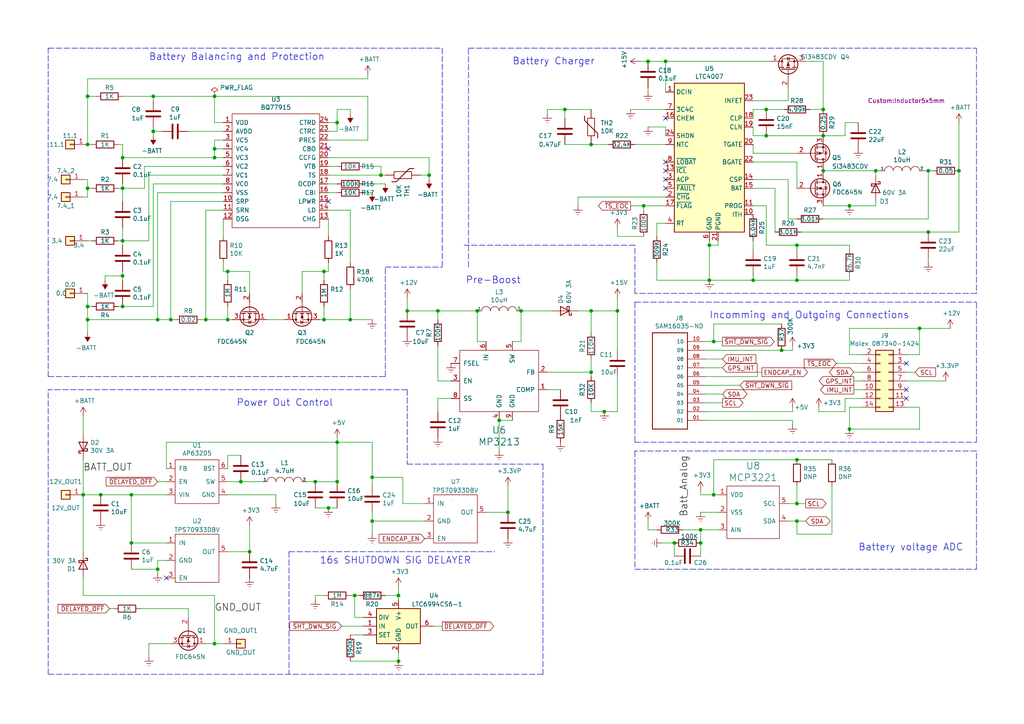
<source format=kicad_sch>
(kicad_sch (version 20211123) (generator eeschema)
  (paper "A4")
  (title_block (title "Makaniu BMS 1.1") (date "2020-08-13") (rev "0") (company "Open Ocean Initiative") (comment 1 "Drawn By: Lui Kawasumi"))
  (junction (at 44.45 27.94))
  (junction (at 222.25 39.37))
  (junction (at 97.79 35.56))
  (junction (at 226.695 101.6))
  (junction (at 45.72 92.71))
  (junction (at 246.38 59.69))
  (junction (at 203.2 153.67))
  (junction (at 25.4 54.61))
  (junction (at 95.25 147.32))
  (junction (at 186.69 59.69))
  (junction (at 118.11 90.17))
  (junction (at 124.46 50.8))
  (junction (at 72.39 160.02))
  (junction (at 97.79 128.27))
  (junction (at 35.56 80.01))
  (junction (at 205.74 81.28))
  (junction (at 115.57 172.72))
  (junction (at 101.6 92.71))
  (junction (at 266.7 95.25))
  (junction (at 207.01 143.51))
  (junction (at 175.26 119.38))
  (junction (at 147.32 148.59))
  (junction (at 187.96 17.78))
  (junction (at 62.23 27.94))
  (junction (at 171.45 107.95))
  (junction (at 93.98 78.74))
  (junction (at 238.76 39.37))
  (junction (at 35.56 69.85))
  (junction (at 231.14 146.05))
  (junction (at 35.56 54.61))
  (junction (at 102.87 172.72))
  (junction (at 91.44 139.7))
  (junction (at 222.25 31.75))
  (junction (at 151.13 90.17))
  (junction (at 110.49 50.8))
  (junction (at 25.4 88.9))
  (junction (at 38.1 157.48))
  (junction (at 238.76 31.75))
  (junction (at 35.56 88.9))
  (junction (at 24.13 143.51))
  (junction (at 179.07 90.17))
  (junction (at 45.72 165.1))
  (junction (at 44.45 38.1))
  (junction (at 35.56 45.72))
  (junction (at 207.01 99.06))
  (junction (at 49.53 92.71))
  (junction (at 29.21 143.51))
  (junction (at 254 49.53))
  (junction (at 59.69 92.71))
  (junction (at 69.85 139.7))
  (junction (at 278.13 49.53))
  (junction (at 62.23 45.72))
  (junction (at 25.4 27.94))
  (junction (at 218.44 81.28))
  (junction (at 107.95 151.13))
  (junction (at 195.58 157.48))
  (junction (at 107.95 138.43))
  (junction (at 269.24 49.53))
  (junction (at 246.38 124.46))
  (junction (at 238.76 49.53))
  (junction (at 66.04 92.71))
  (junction (at 163.83 31.75))
  (junction (at 231.14 71.12))
  (junction (at 62.23 186.69))
  (junction (at 127 90.17))
  (junction (at 138.43 90.17))
  (junction (at 269.24 67.31))
  (junction (at 144.78 121.92))
  (junction (at 193.04 17.78))
  (junction (at 62.23 43.18))
  (junction (at 66.04 78.74))
  (junction (at 97.79 139.7))
  (junction (at 205.74 71.12))
  (junction (at 93.98 92.71))
  (junction (at 38.1 143.51))
  (junction (at 231.14 81.28))
  (junction (at 171.45 41.91))
  (junction (at 115.57 191.77))
  (junction (at 25.4 41.91))
  (junction (at 203.2 157.48))
  (junction (at 171.45 90.17))
  (junction (at 25.4 92.71))
  (junction (at 231.14 151.13))
  (junction (at 231.14 133.35))
  (no_connect (at 48.26 167.64))
  (no_connect (at 193.04 46.99))
  (no_connect (at 193.04 54.61))
  (no_connect (at 262.89 113.03))
  (no_connect (at 95.25 58.42))
  (no_connect (at 262.89 105.41))
  (no_connect (at 193.04 52.07))
  (no_connect (at 262.89 115.57))
  (no_connect (at 193.04 34.29))
  (no_connect (at 193.04 49.53))
  (no_connect (at 95.25 43.18))
  (wire (pts (xy 45.72 139.7) (xy 48.26 139.7)))
  (wire (pts (xy 205.74 81.28) (xy 190.5 81.28)))
  (wire (pts (xy 38.1 143.51) (xy 48.26 143.51)))
  (wire (pts (xy 62.23 27.94) (xy 106.68 27.94)))
  (wire (pts (xy 193.04 39.37) (xy 193.04 36.83)))
  (wire (pts (xy 238.76 49.53) (xy 254 49.53)))
  (wire (pts (xy 250.19 110.49) (xy 247.65 110.49)))
  (wire (pts (xy 110.49 48.26) (xy 110.49 50.8)))
  (wire (pts (xy 97.79 128.27) (xy 97.79 127)))
  (wire (pts (xy 24.13 172.72) (xy 62.23 172.72)))
  (wire (pts (xy 228.6 29.21) (xy 228.6 25.4)))
  (wire (pts (xy 35.56 80.01) (xy 30.48 80.01)))
  (wire (pts (xy 95.25 60.96) (xy 101.6 60.96)))
  (wire (pts (xy 62.23 172.72) (xy 62.23 186.69)))
  (wire (pts (xy 127 115.57) (xy 127 119.38)))
  (wire (pts (xy 238.76 63.5) (xy 269.24 63.5)))
  (wire (pts (xy 269.24 49.53) (xy 267.97 49.53)))
  (wire (pts (xy 204.47 111.76) (xy 214.63 111.76)))
  (wire (pts (xy 250.19 115.57) (xy 245.11 115.57)))
  (wire (pts (xy 171.45 41.91) (xy 163.83 41.91)))
  (wire (pts (xy 232.41 67.31) (xy 269.24 67.31)))
  (wire (pts (xy 40.64 176.53) (xy 54.61 176.53)))
  (wire (pts (xy 45.72 165.1) (xy 45.72 166.37)))
  (wire (pts (xy 97.79 35.56) (xy 95.25 35.56)))
  (wire (pts (xy 231.14 81.28) (xy 246.38 81.28)))
  (wire (pts (xy 95.25 78.74) (xy 93.98 78.74)))
  (wire (pts (xy 25.4 22.86) (xy 25.4 27.94)))
  (wire (pts (xy 262.89 107.95) (xy 265.43 107.95)))
  (wire (pts (xy 222.25 59.69) (xy 222.25 71.12)))
  (wire (pts (xy 229.87 121.92) (xy 229.87 123.19)))
  (wire (pts (xy 31.75 176.53) (xy 33.02 176.53)))
  (polyline (pts (xy 184.15 130.81) (xy 184.15 165.1)))
  (polyline (pts (xy 111.76 109.22) (xy 111.76 77.47)))
  (wire (pts (xy 231.14 133.35) (xy 207.01 133.35)))
  (wire (pts (xy 193.04 31.75) (xy 182.88 31.75)))
  (wire (pts (xy 186.69 59.69) (xy 193.04 59.69)))
  (wire (pts (xy 66.04 139.7) (xy 69.85 139.7)))
  (wire (pts (xy 224.79 54.61) (xy 224.79 67.31)))
  (wire (pts (xy 218.44 36.83) (xy 218.44 39.37)))
  (wire (pts (xy 107.95 151.13) (xy 123.19 151.13)))
  (wire (pts (xy 102.87 179.07) (xy 102.87 172.72)))
  (wire (pts (xy 204.47 101.6) (xy 226.695 101.6)))
  (wire (pts (xy 64.77 45.72) (xy 62.23 45.72)))
  (wire (pts (xy 205.74 69.85) (xy 205.74 71.12)))
  (wire (pts (xy 218.44 52.07) (xy 228.6 52.07)))
  (polyline (pts (xy 283.21 13.97) (xy 283.21 85.09)))
  (wire (pts (xy 245.11 115.57) (xy 245.11 119.38)))
  (wire (pts (xy 204.47 104.14) (xy 209.55 104.14)))
  (wire (pts (xy 54.61 176.53) (xy 54.61 179.07)))
  (wire (pts (xy 222.25 39.37) (xy 238.76 39.37)))
  (wire (pts (xy 179.07 90.17) (xy 179.07 86.36)))
  (wire (pts (xy 25.4 88.9) (xy 26.67 88.9)))
  (wire (pts (xy 207.01 143.51) (xy 203.2 143.51)))
  (wire (pts (xy 87.63 78.74) (xy 87.63 85.09)))
  (wire (pts (xy 25.4 88.9) (xy 25.4 92.71)))
  (wire (pts (xy 186.69 60.96) (xy 186.69 59.69)))
  (polyline (pts (xy 184.15 165.1) (xy 283.21 165.1)))
  (wire (pts (xy 35.56 27.94) (xy 44.45 27.94)))
  (wire (pts (xy 237.49 119.38) (xy 237.49 118.11)))
  (wire (pts (xy 158.75 31.75) (xy 158.75 33.02)))
  (wire (pts (xy 238.76 39.37) (xy 245.11 39.37)))
  (wire (pts (xy 44.45 88.9) (xy 35.56 88.9)))
  (wire (pts (xy 175.26 119.38) (xy 179.07 119.38)))
  (wire (pts (xy 93.98 172.72) (xy 91.44 172.72)))
  (wire (pts (xy 231.14 151.13) (xy 228.6 151.13)))
  (polyline (pts (xy 184.15 87.63) (xy 283.21 87.63)))
  (wire (pts (xy 190.5 76.2) (xy 190.5 81.28)))
  (wire (pts (xy 24.13 57.15) (xy 25.4 57.15)))
  (wire (pts (xy 127 100.33) (xy 127 110.49)))
  (wire (pts (xy 171.45 109.22) (xy 171.45 107.95)))
  (wire (pts (xy 46.99 38.1) (xy 44.45 38.1)))
  (wire (pts (xy 203.2 157.48) (xy 203.2 161.29)))
  (wire (pts (xy 26.67 69.85) (xy 25.4 69.85)))
  (wire (pts (xy 24.13 167.64) (xy 24.13 172.72)))
  (wire (pts (xy 93.98 92.71) (xy 101.6 92.71)))
  (wire (pts (xy 130.81 115.57) (xy 127 115.57)))
  (wire (pts (xy 102.87 172.72) (xy 104.14 172.72)))
  (wire (pts (xy 229.87 100.33) (xy 229.87 101.6)))
  (wire (pts (xy 95.25 147.32) (xy 97.79 147.32)))
  (polyline (pts (xy 135.89 13.97) (xy 283.21 13.97)))
  (wire (pts (xy 97.79 31.75) (xy 101.6 31.75)))
  (polyline (pts (xy 118.11 134.62) (xy 157.48 134.62)))
  (wire (pts (xy 41.91 48.26) (xy 41.91 54.61)))
  (wire (pts (xy 115.57 189.23) (xy 115.57 191.77)))
  (wire (pts (xy 185.42 17.78) (xy 187.96 17.78)))
  (wire (pts (xy 204.47 114.3) (xy 209.55 114.3)))
  (wire (pts (xy 35.56 53.34) (xy 35.56 54.61)))
  (wire (pts (xy 43.18 190.5) (xy 43.18 186.69)))
  (wire (pts (xy 97.79 38.1) (xy 97.79 35.56)))
  (wire (pts (xy 99.06 181.61) (xy 105.41 181.61)))
  (polyline (pts (xy 13.97 195.58) (xy 13.97 113.03)))
  (wire (pts (xy 270.51 49.53) (xy 269.24 49.53)))
  (polyline (pts (xy 283.21 130.81) (xy 184.15 130.81)))
  (wire (pts (xy 208.28 143.51) (xy 207.01 143.51)))
  (wire (pts (xy 226.695 101.6) (xy 229.87 101.6)))
  (wire (pts (xy 118.11 90.17) (xy 118.11 86.36)))
  (wire (pts (xy 231.14 80.01) (xy 231.14 81.28)))
  (wire (pts (xy 62.23 40.64) (xy 62.23 43.18)))
  (wire (pts (xy 171.45 31.75) (xy 163.83 31.75)))
  (wire (pts (xy 91.44 147.32) (xy 95.25 147.32)))
  (wire (pts (xy 269.24 49.53) (xy 269.24 63.5)))
  (wire (pts (xy 66.04 78.74) (xy 72.39 78.74)))
  (wire (pts (xy 254 49.53) (xy 254 50.8)))
  (wire (pts (xy 107.95 151.13) (xy 107.95 154.94)))
  (wire (pts (xy 101.6 92.71) (xy 107.95 92.71)))
  (wire (pts (xy 95.25 76.2) (xy 95.25 78.74)))
  (wire (pts (xy 88.9 139.7) (xy 91.44 139.7)))
  (wire (pts (xy 48.26 128.27) (xy 48.26 135.89)))
  (wire (pts (xy 59.69 60.96) (xy 64.77 60.96)))
  (wire (pts (xy 24.13 143.51) (xy 29.21 143.51)))
  (wire (pts (xy 234.95 31.75) (xy 238.76 31.75)))
  (wire (pts (xy 231.14 46.99) (xy 218.44 46.99)))
  (wire (pts (xy 231.14 71.12) (xy 231.14 72.39)))
  (wire (pts (xy 207.01 133.35) (xy 207.01 143.51)))
  (wire (pts (xy 266.7 124.46) (xy 266.7 118.11)))
  (wire (pts (xy 190.5 64.77) (xy 190.5 68.58)))
  (wire (pts (xy 254 59.69) (xy 254 58.42)))
  (wire (pts (xy 107.95 128.27) (xy 97.79 128.27)))
  (wire (pts (xy 45.72 162.56) (xy 45.72 165.1)))
  (wire (pts (xy 24.13 120.65) (xy 24.13 125.73)))
  (wire (pts (xy 218.44 44.45) (xy 231.14 44.45)))
  (wire (pts (xy 107.95 148.59) (xy 107.95 151.13)))
  (wire (pts (xy 193.04 26.67) (xy 193.04 17.78)))
  (wire (pts (xy 231.14 154.94) (xy 241.3 154.94)))
  (wire (pts (xy 246.38 95.25) (xy 266.7 95.25)))
  (wire (pts (xy 124.46 50.8) (xy 121.92 50.8)))
  (wire (pts (xy 115.57 172.72) (xy 111.76 172.72)))
  (wire (pts (xy 115.57 172.72) (xy 115.57 170.18)))
  (wire (pts (xy 62.23 186.69) (xy 64.77 186.69)))
  (wire (pts (xy 245.11 35.56) (xy 248.92 35.56)))
  (wire (pts (xy 218.44 81.28) (xy 231.14 81.28)))
  (wire (pts (xy 110.49 50.8) (xy 111.76 50.8)))
  (wire (pts (xy 64.77 53.34) (xy 44.45 53.34)))
  (wire (pts (xy 97.79 128.27) (xy 48.26 128.27)))
  (wire (pts (xy 45.72 55.88) (xy 45.72 92.71)))
  (wire (pts (xy 266.7 95.25) (xy 275.59 95.25)))
  (wire (pts (xy 64.77 78.74) (xy 66.04 78.74)))
  (wire (pts (xy 95.25 48.26) (xy 97.79 48.26)))
  (wire (pts (xy 58.42 92.71) (xy 59.69 92.71)))
  (wire (pts (xy 231.14 71.12) (xy 246.38 71.12)))
  (wire (pts (xy 229.87 118.11) (xy 229.87 119.38)))
  (wire (pts (xy 238.76 17.78) (xy 238.76 31.75)))
  (wire (pts (xy 35.56 66.04) (xy 35.56 69.85)))
  (wire (pts (xy 250.19 113.03) (xy 247.65 113.03)))
  (wire (pts (xy 35.56 45.72) (xy 35.56 41.91)))
  (wire (pts (xy 25.4 57.15) (xy 25.4 54.61)))
  (wire (pts (xy 124.46 45.72) (xy 95.25 45.72)))
  (wire (pts (xy 59.69 186.69) (xy 62.23 186.69)))
  (wire (pts (xy 140.97 148.59) (xy 147.32 148.59)))
  (wire (pts (xy 64.77 40.64) (xy 62.23 40.64)))
  (wire (pts (xy 144.78 121.92) (xy 144.78 130.81)))
  (wire (pts (xy 208.28 71.12) (xy 205.74 71.12)))
  (wire (pts (xy 167.64 90.17) (xy 171.45 90.17)))
  (wire (pts (xy 246.38 80.01) (xy 246.38 81.28)))
  (wire (pts (xy 190.5 153.67) (xy 187.96 153.67)))
  (wire (pts (xy 95.25 50.8) (xy 110.49 50.8)))
  (wire (pts (xy 35.56 58.42) (xy 35.56 54.61)))
  (wire (pts (xy 278.13 49.53) (xy 278.13 35.56)))
  (wire (pts (xy 38.1 157.48) (xy 48.26 157.48)))
  (wire (pts (xy 208.28 69.85) (xy 208.28 71.12)))
  (wire (pts (xy 25.4 92.71) (xy 25.4 96.52)))
  (wire (pts (xy 158.75 113.03) (xy 162.56 113.03)))
  (wire (pts (xy 171.45 116.84) (xy 171.45 119.38)))
  (wire (pts (xy 35.56 41.91) (xy 34.29 41.91)))
  (wire (pts (xy 124.46 50.8) (xy 124.46 52.07)))
  (wire (pts (xy 95.25 38.1) (xy 97.79 38.1)))
  (wire (pts (xy 151.13 99.06) (xy 151.13 90.17)))
  (wire (pts (xy 64.77 48.26) (xy 41.91 48.26)))
  (wire (pts (xy 171.45 107.95) (xy 158.75 107.95)))
  (wire (pts (xy 219.71 107.95) (xy 220.98 107.95)))
  (wire (pts (xy 171.45 90.17) (xy 179.07 90.17)))
  (wire (pts (xy 97.79 55.88) (xy 95.25 55.88)))
  (wire (pts (xy 95.25 63.5) (xy 95.25 68.58)))
  (wire (pts (xy 27.94 27.94) (xy 25.4 27.94)))
  (wire (pts (xy 241.3 154.94) (xy 241.3 140.97)))
  (wire (pts (xy 130.81 110.49) (xy 127 110.49)))
  (wire (pts (xy 245.11 39.37) (xy 245.11 35.56)))
  (wire (pts (xy 218.44 31.75) (xy 222.25 31.75)))
  (wire (pts (xy 171.45 96.52) (xy 171.45 90.17)))
  (polyline (pts (xy 13.97 109.22) (xy 111.76 109.22)))
  (polyline (pts (xy 83.82 160.02) (xy 143.51 160.02)))
  (wire (pts (xy 193.04 64.77) (xy 190.5 64.77)))
  (wire (pts (xy 269.24 67.31) (xy 278.13 67.31)))
  (wire (pts (xy 49.53 58.42) (xy 49.53 92.71)))
  (wire (pts (xy 35.56 69.85) (xy 34.29 69.85)))
  (wire (pts (xy 193.04 36.83) (xy 187.96 36.83)))
  (wire (pts (xy 205.74 71.12) (xy 205.74 81.28)))
  (wire (pts (xy 151.13 90.17) (xy 160.02 90.17)))
  (polyline (pts (xy 157.48 134.62) (xy 157.48 195.58)))
  (wire (pts (xy 208.28 148.59) (xy 203.2 148.59)))
  (polyline (pts (xy 283.21 165.1) (xy 283.21 130.81)))
  (wire (pts (xy 250.19 107.95) (xy 247.65 107.95)))
  (wire (pts (xy 62.23 35.56) (xy 62.23 27.94)))
  (wire (pts (xy 34.29 88.9) (xy 35.56 88.9)))
  (wire (pts (xy 148.59 99.06) (xy 151.13 99.06)))
  (wire (pts (xy 233.68 151.13) (xy 231.14 151.13)))
  (wire (pts (xy 262.89 118.11) (xy 266.7 118.11)))
  (wire (pts (xy 163.83 31.75) (xy 163.83 34.29)))
  (polyline (pts (xy 283.21 85.09) (xy 184.15 85.09)))
  (polyline (pts (xy 184.15 128.27) (xy 283.21 128.27)))
  (wire (pts (xy 25.4 27.94) (xy 25.4 41.91)))
  (wire (pts (xy 218.44 34.29) (xy 218.44 31.75)))
  (wire (pts (xy 95.25 53.34) (xy 97.79 53.34)))
  (wire (pts (xy 245.11 119.38) (xy 237.49 119.38)))
  (wire (pts (xy 231.14 151.13) (xy 231.14 154.94)))
  (wire (pts (xy 246.38 59.69) (xy 254 59.69)))
  (wire (pts (xy 105.41 179.07) (xy 102.87 179.07)))
  (wire (pts (xy 93.98 81.28) (xy 93.98 78.74)))
  (wire (pts (xy 62.23 43.18) (xy 64.77 43.18)))
  (wire (pts (xy 262.89 110.49) (xy 274.32 110.49)))
  (wire (pts (xy 127 90.17) (xy 127 92.71)))
  (wire (pts (xy 171.45 107.95) (xy 171.45 104.14)))
  (wire (pts (xy 179.07 68.58) (xy 186.69 68.58)))
  (wire (pts (xy 29.21 143.51) (xy 38.1 143.51)))
  (wire (pts (xy 218.44 39.37) (xy 222.25 39.37)))
  (wire (pts (xy 144.78 121.92) (xy 148.59 121.92)))
  (wire (pts (xy 187.96 17.78) (xy 193.04 17.78)))
  (wire (pts (xy 229.87 119.38) (xy 204.47 119.38)))
  (wire (pts (xy 26.67 54.61) (xy 25.4 54.61)))
  (wire (pts (xy 105.41 184.15) (xy 101.6 184.15)))
  (wire (pts (xy 101.6 60.96) (xy 101.6 76.2)))
  (wire (pts (xy 205.74 81.28) (xy 218.44 81.28)))
  (wire (pts (xy 187.96 25.4) (xy 187.96 26.67)))
  (wire (pts (xy 101.6 83.82) (xy 101.6 92.71)))
  (polyline (pts (xy 184.15 87.63) (xy 184.15 128.27)))
  (wire (pts (xy 204.47 109.22) (xy 219.71 109.22)))
  (wire (pts (xy 64.77 63.5) (xy 64.77 68.58)))
  (wire (pts (xy 228.6 146.05) (xy 231.14 146.05)))
  (wire (pts (xy 67.31 92.71) (xy 66.04 92.71)))
  (wire (pts (xy 219.71 109.22) (xy 219.71 107.95)))
  (wire (pts (xy 250.19 102.87) (xy 246.38 102.87)))
  (wire (pts (xy 218.44 59.69) (xy 222.25 59.69)))
  (wire (pts (xy 218.44 69.85) (xy 218.44 72.39)))
  (polyline (pts (xy 83.82 160.02) (xy 83.82 195.58)))
  (wire (pts (xy 218.44 29.21) (xy 228.6 29.21)))
  (wire (pts (xy 222.25 71.12) (xy 231.14 71.12)))
  (wire (pts (xy 69.85 139.7) (xy 76.2 139.7)))
  (polyline (pts (xy 13.97 13.97) (xy 128.27 13.97)))
  (wire (pts (xy 167.64 57.15) (xy 167.64 59.69)))
  (wire (pts (xy 35.56 71.12) (xy 35.56 69.85)))
  (wire (pts (xy 105.41 48.26) (xy 110.49 48.26)))
  (wire (pts (xy 218.44 80.01) (xy 218.44 81.28)))
  (wire (pts (xy 127 90.17) (xy 118.11 90.17)))
  (wire (pts (xy 278.13 49.53) (xy 278.13 67.31)))
  (wire (pts (xy 93.98 92.71) (xy 92.71 92.71)))
  (wire (pts (xy 35.56 54.61) (xy 34.29 54.61)))
  (wire (pts (xy 38.1 157.48) (xy 38.1 143.51)))
  (wire (pts (xy 124.46 45.72) (xy 124.46 50.8)))
  (wire (pts (xy 105.41 53.34) (xy 111.76 53.34)))
  (wire (pts (xy 54.61 38.1) (xy 64.77 38.1)))
  (wire (pts (xy 233.68 17.78) (xy 238.76 17.78)))
  (wire (pts (xy 231.14 54.61) (xy 231.14 46.99)))
  (wire (pts (xy 25.4 52.07) (xy 25.4 54.61)))
  (wire (pts (xy 222.25 31.75) (xy 227.33 31.75)))
  (wire (pts (xy 193.04 17.78) (xy 223.52 17.78)))
  (wire (pts (xy 35.56 80.01) (xy 35.56 81.28)))
  (wire (pts (xy 106.68 40.64) (xy 106.68 27.94)))
  (wire (pts (xy 105.41 55.88) (xy 107.95 55.88)))
  (wire (pts (xy 64.77 76.2) (xy 64.77 78.74)))
  (wire (pts (xy 45.72 92.71) (xy 49.53 92.71)))
  (wire (pts (xy 228.6 52.07) (xy 228.6 63.5)))
  (wire (pts (xy 262.89 102.87) (xy 266.7 102.87)))
  (wire (pts (xy 226.695 93.98) (xy 207.01 93.98)))
  (wire (pts (xy 182.88 59.69) (xy 186.69 59.69)))
  (wire (pts (xy 125.73 181.61) (xy 128.27 181.61)))
  (polyline (pts (xy 184.15 85.09) (xy 184.15 71.12)))
  (wire (pts (xy 250.19 105.41) (xy 242.57 105.41)))
  (wire (pts (xy 147.32 140.97) (xy 147.32 148.59)))
  (wire (pts (xy 41.91 54.61) (xy 35.56 54.61)))
  (wire (pts (xy 95.25 40.64) (xy 106.68 40.64)))
  (wire (pts (xy 66.04 81.28) (xy 66.04 78.74)))
  (wire (pts (xy 64.77 35.56) (xy 62.23 35.56)))
  (polyline (pts (xy 283.21 128.27) (xy 283.21 87.63)))
  (wire (pts (xy 269.24 76.2) (xy 269.24 74.93)))
  (wire (pts (xy 203.2 153.67) (xy 198.12 153.67)))
  (wire (pts (xy 207.01 99.06) (xy 209.55 99.06)))
  (wire (pts (xy 91.44 172.72) (xy 91.44 173.99)))
  (wire (pts (xy 266.7 95.25) (xy 266.7 102.87)))
  (wire (pts (xy 80.01 143.51) (xy 80.01 146.05)))
  (wire (pts (xy 24.13 160.02) (xy 24.13 143.51)))
  (wire (pts (xy 179.07 66.04) (xy 179.07 68.58)))
  (polyline (pts (xy 118.11 113.03) (xy 118.11 134.62)))
  (wire (pts (xy 59.69 60.96) (xy 59.69 92.71)))
  (wire (pts (xy 218.44 54.61) (xy 224.79 54.61)))
  (wire (pts (xy 246.38 72.39) (xy 246.38 71.12)))
  (wire (pts (xy 171.45 119.38) (xy 175.26 119.38)))
  (wire (pts (xy 231.14 146.05) (xy 233.68 146.05)))
  (wire (pts (xy 246.38 102.87) (xy 246.38 95.25)))
  (wire (pts (xy 66.04 160.02) (xy 72.39 160.02)))
  (wire (pts (xy 44.45 53.34) (xy 44.45 88.9)))
  (wire (pts (xy 204.47 121.92) (xy 229.87 121.92)))
  (wire (pts (xy 72.39 152.4) (xy 72.39 160.02)))
  (wire (pts (xy 66.04 92.71) (xy 66.04 88.9)))
  (wire (pts (xy 91.44 139.7) (xy 97.79 139.7)))
  (polyline (pts (xy 135.89 77.47) (xy 135.89 13.97)))
  (wire (pts (xy 115.57 173.99) (xy 115.57 172.72)))
  (wire (pts (xy 246.38 124.46) (xy 266.7 124.46)))
  (wire (pts (xy 59.69 92.71) (xy 66.04 92.71)))
  (wire (pts (xy 138.43 90.17) (xy 127 90.17)))
  (wire (pts (xy 80.01 143.51) (xy 66.04 143.51)))
  (wire (pts (xy 106.68 22.86) (xy 25.4 22.86)))
  (wire (pts (xy 35.56 78.74) (xy 35.56 80.01)))
  (wire (pts (xy 72.39 78.74) (xy 72.39 85.09)))
  (wire (pts (xy 44.45 38.1) (xy 44.45 39.37)))
  (polyline (pts (xy 128.27 13.97) (xy 128.27 77.47)))
  (wire (pts (xy 123.19 146.05) (xy 116.84 146.05)))
  (wire (pts (xy 97.79 31.75) (xy 97.79 35.56)))
  (wire (pts (xy 101.6 31.75) (xy 101.6 33.02)))
  (wire (pts (xy 24.13 52.07) (xy 25.4 52.07)))
  (wire (pts (xy 138.43 90.17) (xy 138.43 99.06)))
  (wire (pts (xy 49.53 92.71) (xy 50.8 92.71)))
  (wire (pts (xy 193.04 57.15) (xy 167.64 57.15)))
  (wire (pts (xy 30.48 80.01) (xy 30.48 81.28)))
  (wire (pts (xy 195.58 157.48) (xy 195.58 161.29)))
  (wire (pts (xy 191.77 157.48) (xy 195.58 157.48)))
  (wire (pts (xy 228.6 63.5) (xy 231.14 63.5)))
  (wire (pts (xy 179.07 101.6) (xy 179.07 90.17)))
  (polyline (pts (xy 118.11 113.03) (xy 13.97 113.03)))
  (wire (pts (xy 179.07 119.38) (xy 179.07 109.22)))
  (wire (pts (xy 116.84 138.43) (xy 107.95 138.43)))
  (wire (pts (xy 107.95 138.43) (xy 107.95 140.97)))
  (wire (pts (xy 193.04 41.91) (xy 184.15 41.91)))
  (wire (pts (xy 93.98 78.74) (xy 87.63 78.74)))
  (wire (pts (xy 106.68 22.86) (xy 106.68 21.59)))
  (wire (pts (xy 43.18 50.8) (xy 64.77 50.8)))
  (wire (pts (xy 97.79 128.27) (xy 97.79 139.7)))
  (wire (pts (xy 25.4 92.71) (xy 45.72 92.71)))
  (wire (pts (xy 82.55 92.71) (xy 77.47 92.71)))
  (wire (pts (xy 62.23 43.18) (xy 62.23 45.72)))
  (wire (pts (xy 62.23 45.72) (xy 35.56 45.72)))
  (wire (pts (xy 241.3 133.35) (xy 231.14 133.35)))
  (polyline (pts (xy 13.97 109.22) (xy 13.97 13.97)))
  (wire (pts (xy 207.01 93.98) (xy 207.01 99.06)))
  (wire (pts (xy 107.95 128.27) (xy 107.95 138.43)))
  (polyline (pts (xy 111.76 77.47) (xy 128.27 77.47)))
  (wire (pts (xy 44.45 36.83) (xy 44.45 38.1)))
  (wire (pts (xy 24.13 133.35) (xy 24.13 143.51)))
  (wire (pts (xy 44.45 27.94) (xy 62.23 27.94)))
  (wire (pts (xy 218.44 41.91) (xy 218.44 44.45)))
  (wire (pts (xy 101.6 172.72) (xy 102.87 172.72)))
  (wire (pts (xy 26.67 41.91) (xy 25.4 41.91)))
  (wire (pts (xy 66.04 132.08) (xy 69.85 132.08)))
  (wire (pts (xy 93.98 92.71) (xy 93.98 88.9)))
  (wire (pts (xy 203.2 143.51) (xy 203.2 142.24)))
  (wire (pts (xy 254 49.53) (xy 255.27 49.53)))
  (wire (pts (xy 49.53 186.69) (xy 43.18 186.69)))
  (wire (pts (xy 138.43 99.06) (xy 140.97 99.06)))
  (wire (pts (xy 204.47 116.84) (xy 209.55 116.84)))
  (wire (pts (xy 238.76 59.69) (xy 246.38 59.69)))
  (wire (pts (xy 38.1 165.1) (xy 45.72 165.1)))
  (wire (pts (xy 101.6 191.77) (xy 115.57 191.77)))
  (wire (pts (xy 231.14 146.05) (xy 231.14 140.97)))
  (wire (pts (xy 176.53 41.91) (xy 171.45 41.91)))
  (wire (pts (xy 204.47 106.68) (xy 209.55 106.68)))
  (wire (pts (xy 208.28 153.67) (xy 203.2 153.67)))
  (wire (pts (xy 187.96 153.67) (xy 187.96 151.13)))
  (wire (pts (xy 204.47 99.06) (xy 207.01 99.06)))
  (wire (pts (xy 64.77 55.88) (xy 45.72 55.88)))
  (wire (pts (xy 45.72 162.56) (xy 48.26 162.56)))
  (wire (pts (xy 163.83 31.75) (xy 158.75 31.75)))
  (polyline (pts (xy 184.15 71.12) (xy 134.62 71.12)))
  (wire (pts (xy 66.04 135.89) (xy 66.04 132.08)))
  (wire (pts (xy 25.4 85.09) (xy 25.4 88.9)))
  (wire (pts (xy 44.45 29.21) (xy 44.45 27.94)))
  (wire (pts (xy 246.38 118.11) (xy 246.38 124.46)))
  (wire (pts (xy 203.2 153.67) (xy 203.2 157.48)))
  (wire (pts (xy 250.19 118.11) (xy 246.38 118.11)))
  (wire (pts (xy 35.56 69.85) (xy 43.18 69.85)))
  (polyline (pts (xy 157.48 195.58) (xy 13.97 195.58)))
  (wire (pts (xy 116.84 146.05) (xy 116.84 138.43)))
  (wire (pts (xy 43.18 69.85) (xy 43.18 50.8)))
  (wire (pts (xy 49.53 58.42) (xy 64.77 58.42)))
  (text "Power Out Control" (at 68.58 118.11 0) (effects (font (size 2.0066 2.0066)) (justify left bottom)))
  (text "16s SHUTDOWN SIG DELAYER" (at 92.71 163.83 0) (effects (font (size 2.0066 2.0066)) (justify left bottom)))
  (text "Battery voltage ADC" (at 248.92 160.02 0) (effects (font (size 2.0066 2.0066)) (justify left bottom)))
  (text "Pre-Boost" (at 151.13 82.55 180) (effects (font (size 2.0066 2.0066)) (justify right bottom)))
  (text "Battery Charger" (at 148.59 19.05 0) (effects (font (size 2.0066 2.0066)) (justify left bottom)))
  (text "Battery Balancing and Protection" (at 43.18 17.78 0) (effects (font (size 2.0066 2.0066)) (justify left bottom)))
  (text "Incomming and Outgoing Connections" (at 205.74 92.71 0) (effects (font (size 2.0066 2.0066)) (justify left bottom)))
  (label "BATT_OUT" (at 24.13 137.16 0) (effects (font (size 2.0066 2.0066))))
  (label "Batt_Analog" (at 200.025 149.86 90) (effects (font (size 2.0066 2.0066))))
  (label "GND_OUT" (at 62.23 177.8 0) (effects (font (size 2.0066 2.0066))))
  (global_label "~{DELAYED_OFF}" (shape output) (at 128.27 181.61 0) (property "Intersheet References" "${INTERSHEET_REFS}" (effects hide)))
  (global_label "SDA" (shape bidirectional) (at 247.65 107.95 180) (property "Intersheet References" "${INTERSHEET_REFS}" (effects hide)))
  (global_label "~{DELAYED_OFF}" (shape input) (at 45.72 139.7 180) (property "Intersheet References" "${INTERSHEET_REFS}" (effects hide)))
  (global_label "~{TS_EOC}" (shape input) (at 242.57 105.41 180) (property "Intersheet References" "${INTERSHEET_REFS}" (effects hide)))
  (global_label "~{SHT_DWN_SIG}" (shape output) (at 209.55 99.06 0) (property "Intersheet References" "${INTERSHEET_REFS}" (effects hide)))
  (global_label "SCL" (shape output) (at 209.55 116.84 0) (property "Intersheet References" "${INTERSHEET_REFS}" (effects hide)))
  (global_label "~{DELAYED_OFF}" (shape input) (at 31.75 176.53 180) (property "Intersheet References" "${INTERSHEET_REFS}" (effects hide)))
  (global_label "SDA" (shape bidirectional) (at 233.68 151.13 0) (property "Intersheet References" "${INTERSHEET_REFS}" (effects hide)))
  (global_label "GPS_INT" (shape input) (at 209.55 106.68 0) (property "Intersheet References" "${INTERSHEET_REFS}" (effects hide)))
  (global_label "~{SHT_DWN_SIG}" (shape input) (at 214.63 111.76 0) (property "Intersheet References" "${INTERSHEET_REFS}" (effects hide)))
  (global_label "~{TS_EOC}" (shape output) (at 182.88 59.69 180) (property "Intersheet References" "${INTERSHEET_REFS}" (effects hide)))
  (global_label "IMU_INT" (shape input) (at 209.55 104.14 0) (property "Intersheet References" "${INTERSHEET_REFS}" (effects hide)))
  (global_label "ENDCAP_EN" (shape output) (at 220.98 107.95 0) (property "Intersheet References" "${INTERSHEET_REFS}" (effects hide)))
  (global_label "ENDCAP_EN" (shape input) (at 123.19 156.21 180) (property "Intersheet References" "${INTERSHEET_REFS}" (effects hide)))
  (global_label "~{SHT_DWN_SIG}" (shape input) (at 99.06 181.61 180) (property "Intersheet References" "${INTERSHEET_REFS}" (effects hide)))
  (global_label "SCL" (shape input) (at 265.43 107.95 0) (property "Intersheet References" "${INTERSHEET_REFS}" (effects hide)))
  (global_label "GPS_INT" (shape output) (at 247.65 110.49 180) (property "Intersheet References" "${INTERSHEET_REFS}" (effects hide)))
  (global_label "SDA" (shape bidirectional) (at 209.55 114.3 0) (property "Intersheet References" "${INTERSHEET_REFS}" (effects hide)))
  (global_label "IMU_INT" (shape output) (at 247.65 113.03 180) (property "Intersheet References" "${INTERSHEET_REFS}" (effects hide)))
  (global_label "SCL" (shape output) (at 233.68 146.05 0) (property "Intersheet References" "${INTERSHEET_REFS}" (effects hide)))
  (symbol (lib_id "Maka_BMS-rescue:BQ77915-Custom") (at 80.01 30.48 0) (unit 1)
    (property "Reference" "U3" (at 80.01 28.829 0))
    (property "Value" "BQ77915" (at 80.01 31.1404 0))
    (property "Footprint" "Package_SO:TSSOP-24_4.4x7.8mm_P0.65mm" (effects hide))
    (property "Digikey" "296-50995-1-ND" (effects hide))
    (property "LCSC" "C2905736" (effects hide))
  )
  (symbol (lib_id "Maka_BMS-rescue:T1M-10-F-SH-L-K-Custom") (at 194.31 111.76 180) (unit 1)
    (property "Reference" "J8" (at 197.0278 92.2782 0))
    (property "Value" " ‎SAM16035-ND‎" (at 197.0278 94.5896 0))
    (property "Footprint" "Custom:SAMTEC_T1M-10-F-SH-L-K" (effects hide))
    (property "Digikey" "	SAM11993-ND" (effects hide))
  )
  (symbol (lib_id "Connector_Generic:Conn_02x07_Odd_Even") (at 257.81 110.49 0) (mirror y) (unit 1)
    (property "Reference" "J9" (at 256.54 97.3582 0))
    (property "Value" "Molex 087340-1424" (at 256.54 99.6696 0))
    (property "Footprint" "Custom:Molex_87340-1424_B" (effects hide))
    (property "Digikey" "	23-0873401424-ND" (effects hide))
  )
  (symbol (lib_id "power:+5V") (at 229.87 118.11 0) (unit 1)
    (property "Reference" "#PWR030" (effects hide))
    (property "Value" "+5V" (at 232.41 118.11 0))
  )
  (symbol (lib_id "Device:R") (at 31.75 27.94 270) (unit 1)
    (property "Reference" "R5" (at 31.75 25.4 90))
    (property "Value" "1K" (at 31.75 27.94 90))
    (property "Footprint" "Resistor_SMD:R_0402_1005Metric" (effects hide))
    (property "Digikey" "YAG1234CT-ND" (effects hide))
    (property "LCSC" "C11702" (effects hide))
  )
  (symbol (lib_id "Device:C") (at 50.8 38.1 270) (unit 1)
    (property "Reference" "C9" (at 50.8 31.6992 90))
    (property "Value" "1uF" (at 50.8 34.0106 90))
    (property "Footprint" "Capacitor_SMD:C_0402_1005Metric" (effects hide))
    (property "Digikey" "	490-10017-1-ND" (effects hide))
    (property "LCSC" "C52923" (effects hide))
  )
  (symbol (lib_id "power:Earth") (at 246.38 124.46 0) (unit 1)
    (property "Reference" "#PWR033" (effects hide))
    (property "Value" "Earth" (effects hide))
  )
  (symbol (lib_id "power:Earth") (at 229.87 123.19 0) (unit 1)
    (property "Reference" "#PWR031" (effects hide))
    (property "Value" "Earth" (effects hide))
  )
  (symbol (lib_id "Device:C") (at 44.45 33.02 180) (unit 1)
    (property "Reference" "C8" (at 38.1 31.75 0) (effects (justify right)))
    (property "Value" "1uF" (at 38.1 34.29 0) (effects (justify right)))
    (property "Footprint" "Capacitor_SMD:C_0402_1005Metric" (effects hide))
    (property "Digikey" "	490-10017-1-ND" (effects hide))
    (property "LCSC" "C52923" (effects hide))
  )
  (symbol (lib_id "Device:R") (at 30.48 41.91 270) (unit 1)
    (property "Reference" "R1" (at 30.48 39.37 90))
    (property "Value" "1K" (at 30.48 41.91 90))
    (property "Footprint" "Resistor_SMD:R_0402_1005Metric" (effects hide))
    (property "Digikey" "YAG1234CT-ND" (effects hide))
    (property "LCSC" "C11702" (effects hide))
  )
  (symbol (lib_id "Device:R") (at 64.77 72.39 180) (unit 1)
    (property "Reference" "R10" (at 66.548 71.2216 0) (effects (justify right)))
    (property "Value" "10K" (at 66.548 73.533 0) (effects (justify right)))
    (property "Footprint" "Resistor_SMD:R_0402_1005Metric" (effects hide))
    (property "Digikey" "	311-10.0KLRCT-ND" (effects hide))
    (property "LCSC" "C25744" (effects hide))
  )
  (symbol (lib_id "Device:R") (at 95.25 72.39 180) (unit 1)
    (property "Reference" "R13" (at 97.028 71.2216 0) (effects (justify right)))
    (property "Value" "1K" (at 97.028 73.533 0) (effects (justify right)))
    (property "Footprint" "Resistor_SMD:R_0402_1005Metric" (effects hide))
    (property "Digikey" "YAG1234CT-ND" (effects hide))
    (property "LCSC" "C11702" (effects hide))
  )
  (symbol (lib_id "Device:C") (at 35.56 49.53 180) (unit 1)
    (property "Reference" "C2" (at 38.481 48.3616 0) (effects (justify right)))
    (property "Value" "0.1uF" (at 38.481 50.673 0) (effects (justify right)))
    (property "Footprint" "Capacitor_SMD:C_0402_1005Metric" (effects hide))
    (property "Digikey" "732-7495-1-ND" (effects hide))
    (property "LCSC" "C155422" (effects hide))
  )
  (symbol (lib_id "Device:C") (at 35.56 62.23 180) (unit 1)
    (property "Reference" "C3" (at 38.481 61.0616 0) (effects (justify right)))
    (property "Value" "0.1uF" (at 38.481 63.373 0) (effects (justify right)))
    (property "Footprint" "Capacitor_SMD:C_0402_1005Metric" (effects hide))
    (property "Digikey" "732-7495-1-ND" (effects hide))
    (property "LCSC" "C155422" (effects hide))
  )
  (symbol (lib_id "Device:R") (at 30.48 54.61 270) (unit 1)
    (property "Reference" "R2" (at 30.48 52.07 90))
    (property "Value" "1K" (at 30.48 54.61 90))
    (property "Footprint" "Resistor_SMD:R_0402_1005Metric" (effects hide))
    (property "Digikey" "YAG1234CT-ND" (effects hide))
    (property "LCSC" "C11702" (effects hide))
  )
  (symbol (lib_id "Device:R") (at 30.48 69.85 270) (unit 1)
    (property "Reference" "R3" (at 30.48 67.31 90))
    (property "Value" "1K" (at 30.48 69.85 90))
    (property "Footprint" "Resistor_SMD:R_0402_1005Metric" (effects hide))
    (property "Digikey" "YAG1234CT-ND" (effects hide))
    (property "LCSC" "C11702" (effects hide))
  )
  (symbol (lib_id "Device:C") (at 35.56 74.93 180) (unit 1)
    (property "Reference" "C4" (at 38.481 73.7616 0) (effects (justify right)))
    (property "Value" "0.1uF" (at 38.481 76.073 0) (effects (justify right)))
    (property "Footprint" "Capacitor_SMD:C_0402_1005Metric" (effects hide))
    (property "Digikey" "732-7495-1-ND" (effects hide))
    (property "LCSC" "C155422" (effects hide))
  )
  (symbol (lib_id "Device:C") (at 35.56 85.09 180) (unit 1)
    (property "Reference" "C5" (at 38.481 83.9216 0) (effects (justify right)))
    (property "Value" "0.1uF" (at 38.481 86.233 0) (effects (justify right)))
    (property "Footprint" "Capacitor_SMD:C_0402_1005Metric" (effects hide))
    (property "Digikey" "732-7495-1-ND" (effects hide))
    (property "LCSC" "C155422" (effects hide))
  )
  (symbol (lib_id "Device:R") (at 30.48 88.9 270) (unit 1)
    (property "Reference" "R4" (at 30.48 91.44 90))
    (property "Value" "1K" (at 30.48 88.9 90))
    (property "Footprint" "Resistor_SMD:R_0402_1005Metric" (effects hide))
    (property "Digikey" "YAG1234CT-ND" (effects hide))
    (property "LCSC" "C11702" (effects hide))
  )
  (symbol (lib_id "power:Earth") (at 107.95 92.71 0) (unit 1)
    (property "Reference" "#PWR019" (effects hide))
    (property "Value" "Earth" (effects hide))
  )
  (symbol (lib_id "Device:R") (at 54.61 92.71 270) (unit 1)
    (property "Reference" "R8" (at 54.61 90.17 90))
    (property "Value" "0.02" (at 54.61 92.71 90))
    (property "Footprint" "Resistor_SMD:R_1206_3216Metric" (effects hide))
    (property "Digikey" "WSLP-.02CT-ND" (effects hide))
    (property "LCSC" "C127690" (effects hide))
  )
  (symbol (lib_id "Device:Thermistor") (at 116.84 50.8 270) (unit 1)
    (property "Reference" "TH1" (at 118.0084 53.467 0) (effects (justify left)))
    (property "Value" "10K" (at 115.697 53.467 0) (effects (justify left)))
    (property "Footprint" "Resistor_SMD:R_0402_1005Metric" (effects hide))
    (property "Digikey" "495-5814-1-ND" (effects hide))
    (property "LCSC" "C700822" (effects hide))
  )
  (symbol (lib_id "Device:R") (at 101.6 55.88 270) (unit 1)
    (property "Reference" "R17" (at 106.68 55.88 90))
    (property "Value" "10K" (at 101.6 55.88 90))
    (property "Footprint" "Resistor_SMD:R_0402_1005Metric" (effects hide))
    (property "Digikey" "	311-10.0KLRCT-ND" (effects hide))
    (property "LCSC" "C25744" (effects hide))
  )
  (symbol (lib_id "Device:R") (at 101.6 53.34 270) (unit 1)
    (property "Reference" "R16" (at 106.68 53.34 90))
    (property "Value" "100K" (at 101.6 53.34 90))
    (property "Footprint" "Resistor_SMD:R_0402_1005Metric" (effects hide))
    (property "Digikey" "311-100KLRCT-ND" (effects hide))
    (property "LCSC" "C25741" (effects hide))
  )
  (symbol (lib_id "Device:R") (at 101.6 48.26 270) (unit 1)
    (property "Reference" "R15" (at 106.68 48.26 90))
    (property "Value" "10K" (at 101.6 48.26 90))
    (property "Footprint" "Resistor_SMD:R_0402_1005Metric" (effects hide))
    (property "Digikey" "	311-10.0KLRCT-ND" (effects hide))
    (property "LCSC" "C25744" (effects hide))
  )
  (symbol (lib_id "Device:R") (at 101.6 80.01 180) (unit 1)
    (property "Reference" "R18" (at 103.378 78.8416 0) (effects (justify right)))
    (property "Value" "470K" (at 103.378 81.153 0) (effects (justify right)))
    (property "Footprint" "Resistor_SMD:R_0402_1005Metric" (effects hide))
    (property "Digikey" "311-470KJRCT-ND" (effects hide))
    (property "LCSC" "C25790" (effects hide))
  )
  (symbol (lib_id "Device:R") (at 93.98 85.09 180) (unit 1)
    (property "Reference" "R12" (at 95.758 83.9216 0) (effects (justify right)))
    (property "Value" "1M" (at 93.98 86.36 90) (effects (justify right)))
    (property "Footprint" "Resistor_SMD:R_0402_1005Metric" (effects hide))
    (property "Digikey" "311-1.00MLRCT-ND" (effects hide))
    (property "LCSC" "C26083" (effects hide))
  )
  (symbol (lib_id "Device:R") (at 66.04 85.09 180) (unit 1)
    (property "Reference" "R11" (at 67.818 83.9216 0) (effects (justify right)))
    (property "Value" "1M" (at 66.04 86.36 90) (effects (justify right)))
    (property "Footprint" "Resistor_SMD:R_0402_1005Metric" (effects hide))
    (property "Digikey" "311-1.00MLRCT-ND" (effects hide))
    (property "LCSC" "C26083" (effects hide))
  )
  (symbol (lib_id "power:+BATT") (at 106.68 21.59 0) (unit 1)
    (property "Reference" "#PWR017" (effects hide))
    (property "Value" "+BATT" (at 107.061 17.1958 0))
  )
  (symbol (lib_id "power:-BATT") (at 25.4 96.52 180) (unit 1)
    (property "Reference" "#PWR02" (effects hide))
    (property "Value" "-BATT" (at 25.019 100.9142 0))
  )
  (symbol (lib_id "Device:Q_NMOS_DGS") (at 72.39 90.17 270) (unit 1)
    (property "Reference" "Q2" (at 72.39 96.4946 90))
    (property "Value" "FDC645N" (at 67.31 99.06 90))
    (property "Footprint" "Custom:SOT-23-6_mosfet" (effects hide))
    (property "Digikey" "FDC655BNCT-ND " (effects hide))
    (property "LCSC" "C241775" (effects hide))
  )
  (symbol (lib_id "Device:Q_NMOS_DGS") (at 87.63 90.17 90) (mirror x) (unit 1)
    (property "Reference" "Q3" (at 87.63 96.4946 90))
    (property "Value" "FDC645N" (at 90.17 99.06 90))
    (property "Footprint" "Custom:SOT-23-6_mosfet" (effects hide))
    (property "Digikey" "FDC655BNCT-ND " (effects hide))
    (property "LCSC" "C241775" (effects hide))
  )
  (symbol (lib_id "Battery_Management:LTC4007") (at 205.74 46.99 0) (unit 1)
    (property "Reference" "U5" (at 205.74 19.8882 0))
    (property "Value" "LTC4007" (at 205.74 22.1996 0))
    (property "Footprint" "Package_SO:SSOP-24_3.9x8.7mm_P0.635mm" (effects hide))
    (property "Datasheet" "https://www.analog.com/media/en/technical-documentation/data-sheets/4007fc.pdf" (effects hide))
    (property "Digikey" "	LTC4007EGN#PBF-ND" (effects hide))
    (property "LCSC" "C687118" (effects hide))
  )
  (symbol (lib_id "Device:C") (at 187.96 21.59 180) (unit 1)
    (property "Reference" "C18" (at 190.881 20.4216 0) (effects (justify right)))
    (property "Value" "0.1uF" (at 190.881 22.733 0) (effects (justify right)))
    (property "Footprint" "Capacitor_SMD:C_0402_1005Metric" (effects hide))
    (property "Digikey" "732-7495-1-ND" (effects hide))
    (property "LCSC" "C155422" (effects hide))
  )
  (symbol (lib_id "power:Earth") (at 187.96 26.67 0) (unit 1)
    (property "Reference" "#PWR027" (effects hide))
    (property "Value" "Earth" (effects hide))
  )
  (symbol (lib_id "Device:Q_PMOS_DGS") (at 228.6 20.32 90) (unit 1)
    (property "Reference" "Q4" (at 245.11 16.51 90))
    (property "Value" "Si3483CDV" (at 237.49 16.51 90))
    (property "Footprint" "Custom:SOT-23-6_mosfet" (effects hide))
    (property "Digikey" "CPH6350-TL-WOSCT-ND" (effects hide))
    (property "LCSC" "C727455" (effects hide))
  )
  (symbol (lib_id "Device:C") (at 222.25 35.56 180) (unit 1)
    (property "Reference" "C20" (at 225.171 34.3916 0) (effects (justify right)))
    (property "Value" "15nF" (at 225.171 36.703 0) (effects (justify right)))
    (property "Footprint" "Capacitor_SMD:C_0402_1005Metric" (effects hide))
    (property "Digikey" "	311-1713-1-ND" (effects hide))
    (property "LCSC" "C114405" (effects hide))
  )
  (symbol (lib_id "Device:R") (at 231.14 31.75 270) (unit 1)
    (property "Reference" "R28" (at 231.14 29.21 90))
    (property "Value" "4.99K" (at 231.14 31.75 90))
    (property "Footprint" "Resistor_SMD:R_0402_1005Metric" (effects hide))
    (property "Digikey" "YAG1447CT-ND" (effects hide))
    (property "LCSC" "C25903" (effects hide))
  )
  (symbol (lib_id "Device:R") (at 238.76 35.56 180) (unit 1)
    (property "Reference" "R29" (at 241.3 35.56 90))
    (property "Value" "0.25" (at 238.76 35.56 90))
    (property "Footprint" "Resistor_SMD:R_1206_3216Metric" (effects hide))
    (property "Digikey" "311-0.25ANCT-ND" (effects hide))
    (property "LCSC" "C327073" (effects hide))
  )
  (symbol (lib_id "Device:C") (at 248.92 39.37 180) (unit 1)
    (property "Reference" "C22" (at 251.841 38.2016 0) (effects (justify right)))
    (property "Value" "22uF" (at 251.841 40.513 0) (effects (justify right)))
    (property "Footprint" "Capacitor_SMD:C_0603_1608Metric" (effects hide))
    (property "Digikey" "1276-7076-1-ND" (effects hide))
    (property "LCSC" "C2835567" (effects hide))
  )
  (symbol (lib_id "Device:Q_PMOS_DGS") (at 236.22 44.45 0) (mirror x) (unit 1)
    (property "Reference" "Q5" (at 241.3 45.72 0) (effects (justify left)))
    (property "Value" "Si3483CDV" (at 241.3 48.26 0) (effects (justify left)))
    (property "Footprint" "Custom:SOT-23-6_mosfet" (effects hide))
    (property "Digikey" "CPH6350-TL-WOSCT-ND" (effects hide))
    (property "LCSC" "C727455" (effects hide))
  )
  (symbol (lib_id "Device:Q_NMOS_DGS") (at 236.22 54.61 0) (unit 1)
    (property "Reference" "Q6" (at 241.4016 53.4416 0) (effects (justify left)))
    (property "Value" "FDC645N" (at 241.4016 55.753 0) (effects (justify left)))
    (property "Footprint" "Custom:SOT-23-6_mosfet" (effects hide))
    (property "Digikey" "FDC655BNCT-ND " (effects hide))
    (property "LCSC" "C241775" (effects hide))
  )
  (symbol (lib_id "power:+BATT") (at 278.13 35.56 0) (unit 1)
    (property "Reference" "#PWR036" (effects hide))
    (property "Value" "+BATT" (at 278.511 31.1658 0))
  )
  (symbol (lib_id "pspice:INDUCTOR") (at 261.62 49.53 0) (unit 1)
    (property "Reference" "L2" (at 261.62 44.069 0))
    (property "Value" "10uH" (at 261.62 46.3804 0))
    (property "Footprint" "Custom:Inductor5x5mm" (at 262.89 29.21 0))
    (property "Digikey" "1589-MPL-SE6040-100CT-ND" (effects hide))
    (property "LCSC" "C354610" (effects hide))
  )
  (symbol (lib_id "Device:R") (at 274.32 49.53 270) (unit 1)
    (property "Reference" "R31" (at 274.32 46.99 90))
    (property "Value" "0.05" (at 274.32 49.53 90))
    (property "Footprint" "Resistor_SMD:R_1206_3216Metric" (effects hide))
    (property "Digikey" "MCS1632R050FERCT-ND" (effects hide))
    (property "LCSC" "C127691" (effects hide))
  )
  (symbol (lib_id "Device:C") (at 269.24 71.12 180) (unit 1)
    (property "Reference" "C23" (at 272.161 69.9516 0) (effects (justify right)))
    (property "Value" "22uF" (at 272.161 72.263 0) (effects (justify right)))
    (property "Footprint" "Capacitor_SMD:C_0603_1608Metric" (effects hide))
    (property "Digikey" "1276-7076-1-ND" (effects hide))
    (property "LCSC" "C2835567" (effects hide))
  )
  (symbol (lib_id "Device:R") (at 228.6 67.31 270) (unit 1)
    (property "Reference" "R26" (at 228.6 64.77 90))
    (property "Value" "3.01K" (at 228.6 67.31 90))
    (property "Footprint" "Resistor_SMD:R_0402_1005Metric" (effects hide))
    (property "Digikey" "	311-3.01KLRCT-ND" (effects hide))
    (property "LCSC" "C25889" (effects hide))
  )
  (symbol (lib_id "Device:R") (at 234.95 63.5 270) (unit 1)
    (property "Reference" "R27" (at 234.95 60.96 90))
    (property "Value" "3.01K" (at 234.95 63.5 90))
    (property "Footprint" "Resistor_SMD:R_0402_1005Metric" (effects hide))
    (property "Digikey" "	311-3.01KLRCT-ND" (effects hide))
    (property "LCSC" "C25889" (effects hide))
  )
  (symbol (lib_id "Device:R") (at 218.44 66.04 180) (unit 1)
    (property "Reference" "R25" (at 220.98 66.04 90))
    (property "Value" "6.04K" (at 218.44 66.04 90))
    (property "Footprint" "Resistor_SMD:R_0402_1005Metric" (effects hide))
    (property "Digikey" "YAG2293CT-ND" (effects hide))
    (property "LCSC" "C25913" (effects hide))
  )
  (symbol (lib_id "power:Earth") (at 205.74 81.28 0) (unit 1)
    (property "Reference" "#PWR028" (effects hide))
    (property "Value" "Earth" (effects hide))
  )
  (symbol (lib_id "Device:C") (at 218.44 76.2 180) (unit 1)
    (property "Reference" "C19" (at 221.361 75.0316 0) (effects (justify right)))
    (property "Value" "1uF" (at 221.361 77.343 0) (effects (justify right)))
    (property "Footprint" "Capacitor_SMD:C_0402_1005Metric" (effects hide))
    (property "Digikey" "	490-10017-1-ND" (effects hide))
    (property "LCSC" "C52923" (effects hide))
  )
  (symbol (lib_id "Device:C") (at 231.14 76.2 180) (unit 1)
    (property "Reference" "C21" (at 234.061 75.0316 0) (effects (justify right)))
    (property "Value" "4.7nF" (at 234.061 77.343 0) (effects (justify right)))
    (property "Footprint" "Capacitor_SMD:C_0402_1005Metric" (effects hide))
    (property "Digikey" "	311-1039-1-ND" (effects hide))
    (property "LCSC" "C1538" (effects hide))
  )
  (symbol (lib_id "power:+15V") (at 185.42 17.78 90) (unit 1)
    (property "Reference" "#PWR0107" (effects hide))
    (property "Value" "+15V" (at 181.0258 17.399 0))
  )
  (symbol (lib_id "Device:R") (at 190.5 72.39 180) (unit 1)
    (property "Reference" "R24" (at 193.04 72.39 90))
    (property "Value" "309K" (at 190.5 72.39 90))
    (property "Footprint" "Resistor_SMD:R_0402_1005Metric" (effects hide))
    (property "Digikey" "YAG3108CT-ND" (effects hide))
    (property "LCSC" "C122546" (effects hide))
  )
  (symbol (lib_id "Device:R") (at 180.34 41.91 270) (unit 1)
    (property "Reference" "R22" (at 180.34 39.37 90))
    (property "Value" "32.4K" (at 180.34 41.91 90))
    (property "Footprint" "Resistor_SMD:R_0402_1005Metric" (effects hide))
    (property "Digikey" "YAG3119CT-ND" (effects hide))
    (property "LCSC" "C26974" (effects hide))
  )
  (symbol (lib_id "Device:C") (at 163.83 38.1 180) (unit 1)
    (property "Reference" "C17" (at 156.21 39.37 0) (effects (justify right)))
    (property "Value" "0.47uF" (at 156.21 41.91 0) (effects (justify right)))
    (property "Footprint" "Capacitor_SMD:C_0402_1005Metric" (effects hide))
    (property "Digikey" "490-12269-1-ND" (effects hide))
    (property "LCSC" "C47339" (effects hide))
  )
  (symbol (lib_id "Device:Thermistor") (at 171.45 36.83 0) (unit 1)
    (property "Reference" "TH2" (at 174.117 35.6616 0) (effects (justify left)))
    (property "Value" "10K" (at 174.117 37.973 0) (effects (justify left)))
    (property "Footprint" "Resistor_SMD:R_0402_1005Metric" (effects hide))
    (property "Digikey" "	311-10.0KLRCT-ND" (effects hide))
    (property "LCSC" "C25744" (effects hide))
  )
  (symbol (lib_id "power:Earth") (at 158.75 33.02 0) (unit 1)
    (property "Reference" "#PWR024" (effects hide))
    (property "Value" "Earth" (effects hide))
  )
  (symbol (lib_id "power:Earth") (at 182.88 31.75 0) (unit 1)
    (property "Reference" "#PWR026" (effects hide))
    (property "Value" "Earth" (effects hide))
  )
  (symbol (lib_id "power:Earth") (at 269.24 76.2 0) (unit 1)
    (property "Reference" "#PWR037" (effects hide))
    (property "Value" "Earth" (effects hide))
  )
  (symbol (lib_id "power:Earth") (at 246.38 59.69 0) (unit 1)
    (property "Reference" "#PWR032" (effects hide))
    (property "Value" "Earth" (effects hide))
  )
  (symbol (lib_id "Custom:MP3213") (at 144.78 110.49 0) (unit 1)
    (property "Reference" "U6" (at 144.78 124.7394 0) (effects (font (size 2.0066 2.0066))))
    (property "Value" "MP3213" (at 144.78 128.1684 0) (effects (font (size 2.0066 2.0066))))
    (property "Footprint" "Package_SO:MSOP-8-1EP_3x3mm_P0.65mm_EP1.95x2.15mm" (effects hide))
    (property "Digikey" "1589-1626-1-ND" (effects hide))
    (property "Mouser" "MP3213DH-LF-Z" (effects hide))
  )
  (symbol (lib_id "pspice:INDUCTOR") (at 144.78 90.17 0) (unit 1)
    (property "Reference" "L3" (at 144.78 84.709 0))
    (property "Value" "10uH" (at 144.78 87.0204 0))
    (property "Footprint" "Custom:Inductor5x5mm" (effects hide))
    (property "Digikey" "1589-MPL-SE6040-100CT-ND" (effects hide))
    (property "LCSC" "C354610" (effects hide))
  )
  (symbol (lib_id "Device:D_Schottky") (at 163.83 90.17 180) (unit 1)
    (property "Reference" "D4" (at 162.6616 88.138 90) (effects (justify right)))
    (property "Value" "60V 3A" (at 164.973 88.138 90) (effects (justify right)))
    (property "Footprint" "Custom:D_SOD-123EP" (effects hide))
    (property "Digikey" "SSA36CT-ND" (effects hide))
    (property "LCSC" "C282393" (effects hide))
  )
  (symbol (lib_id "power:+12V") (at 275.59 95.25 0) (unit 1)
    (property "Reference" "#PWR0102" (effects hide))
    (property "Value" "+12V" (at 275.971 90.8558 0))
  )
  (symbol (lib_id "Device:C") (at 118.11 93.98 0) (unit 1)
    (property "Reference" "C7" (at 123.19 96.52 0) (effects (justify right)))
    (property "Value" "10uF" (at 124.46 99.06 0) (effects (justify right)))
    (property "Footprint" "Capacitor_SMD:C_0603_1608Metric" (effects hide))
    (property "Digikey" "490-7202-1-ND" (effects hide))
    (property "LCSC" "C96446" (effects hide))
  )
  (symbol (lib_id "power:Earth") (at 118.11 97.79 0) (unit 1)
    (property "Reference" "#PWR09" (effects hide))
    (property "Value" "Earth" (effects hide))
  )
  (symbol (lib_id "Device:R") (at 127 96.52 0) (unit 1)
    (property "Reference" "R7" (at 124.46 96.52 90))
    (property "Value" "100K" (at 127 96.52 90))
    (property "Footprint" "Resistor_SMD:R_0402_1005Metric" (effects hide))
    (property "Digikey" "311-100KLRCT-ND" (effects hide))
    (property "LCSC" "C25741" (effects hide))
  )
  (symbol (lib_id "Maka_BMS-rescue:TPS70933DBV-Custom") (at 57.15 153.67 0) (unit 1)
    (property "Reference" "U2" (at 57.15 151.13 0))
    (property "Value" "TPS70933DBV" (at 57.15 153.67 0))
    (property "Footprint" "Package_TO_SOT_SMD:SOT-23-5" (effects hide))
    (property "Digikey" "497-6979-1-ND" (effects hide))
    (property "LCSC" "C89347" (effects hide))
  )
  (symbol (lib_id "power:Earth") (at 45.72 166.37 0) (unit 1)
    (property "Reference" "#PWR08" (effects hide))
    (property "Value" "Earth" (effects hide))
  )
  (symbol (lib_id "Device:C") (at 162.56 116.84 0) (unit 1)
    (property "Reference" "C10" (at 167.64 119.38 0) (effects (justify right)))
    (property "Value" "1nF" (at 168.91 121.92 0) (effects (justify right)))
    (property "Footprint" "Capacitor_SMD:C_0402_1005Metric" (effects hide))
    (property "Digikey" "478-1101-2-ND" (effects hide))
    (property "LCSC" "C1523" (effects hide))
  )
  (symbol (lib_id "Device:R") (at 162.56 124.46 0) (unit 1)
    (property "Reference" "R9" (at 160.02 124.46 90))
    (property "Value" "15K" (at 162.56 124.46 90))
    (property "Footprint" "Resistor_SMD:R_0402_1005Metric" (effects hide))
    (property "Digikey" "311-15.0KLRTR-ND" (effects hide))
    (property "LCSC" "C25756" (effects hide))
  )
  (symbol (lib_id "power:Earth") (at 162.56 128.27 0) (unit 1)
    (property "Reference" "#PWR034" (effects hide))
    (property "Value" "Earth" (effects hide))
  )
  (symbol (lib_id "Device:R") (at 171.45 100.33 0) (unit 1)
    (property "Reference" "R21" (at 168.91 100.33 90))
    (property "Value" "110K" (at 171.45 100.33 90))
    (property "Footprint" "Resistor_SMD:R_0402_1005Metric" (effects hide))
    (property "Digikey" "311-110KLRCT-ND" (effects hide))
    (property "LCSC" "C25745" (effects hide))
  )
  (symbol (lib_id "Device:R") (at 171.45 113.03 0) (unit 1)
    (property "Reference" "R32" (at 168.91 113.03 90))
    (property "Value" "10K" (at 171.45 113.03 90))
    (property "Footprint" "Resistor_SMD:R_0402_1005Metric" (effects hide))
    (property "Digikey" "	311-10.0KLRCT-ND" (effects hide))
    (property "LCSC" "C25744" (effects hide))
  )
  (symbol (lib_id "Device:C") (at 179.07 105.41 0) (unit 1)
    (property "Reference" "C11" (at 177.8 102.87 0) (effects (justify right)))
    (property "Value" "10uF" (at 179.07 107.95 0) (effects (justify right)))
    (property "Footprint" "Capacitor_SMD:C_0603_1608Metric" (effects hide))
    (property "Digikey" "490-7202-1-ND" (effects hide))
    (property "LCSC" "C96446" (effects hide))
  )
  (symbol (lib_id "Device:D_Schottky") (at 24.13 129.54 90) (unit 1)
    (property "Reference" "D2" (at 26.162 128.3716 90) (effects (justify right)))
    (property "Value" "30V 3A" (at 26.162 130.683 90) (effects (justify right)))
    (property "Footprint" "Custom:SMA(DO-214AC)" (effects hide))
    (property "Digikey" "B340A-FDICT-ND" (effects hide))
    (property "LCSC" "C85098" (effects hide))
  )
  (symbol (lib_id "power:+BATT") (at 24.13 120.65 0) (unit 1)
    (property "Reference" "#PWR03" (effects hide))
    (property "Value" "+BATT" (at 24.511 116.2558 0))
  )
  (symbol (lib_id "Device:C") (at 38.1 161.29 180) (unit 1)
    (property "Reference" "C6" (at 41.021 160.1216 0) (effects (justify right)))
    (property "Value" "1uF" (at 41.021 162.433 0) (effects (justify right)))
    (property "Footprint" "Capacitor_SMD:C_0402_1005Metric" (effects hide))
    (property "Digikey" "	490-10017-1-ND" (effects hide))
    (property "LCSC" "C52923" (effects hide))
  )
  (symbol (lib_id "Device:R") (at 246.38 76.2 180) (unit 1)
    (property "Reference" "R30" (at 248.92 76.2 90))
    (property "Value" "26.7K" (at 246.38 76.2 90))
    (property "Footprint" "Resistor_SMD:R_0402_1005Metric" (effects hide))
    (property "Digikey" "	YAG3081CT-ND" (effects hide))
    (property "LCSC" "C25876" (effects hide))
  )
  (symbol (lib_id "power:Earth") (at 175.26 119.38 0) (unit 1)
    (property "Reference" "#PWR038" (effects hide))
    (property "Value" "Earth" (effects hide))
  )
  (symbol (lib_id "power:+12V") (at 118.11 86.36 0) (unit 1)
    (property "Reference" "#PWR01" (effects hide))
    (property "Value" "+12V" (at 118.491 81.9658 0))
  )
  (symbol (lib_id "power:+3.3V") (at 72.39 152.4 0) (unit 1)
    (property "Reference" "#PWR011" (effects hide))
    (property "Value" "+3.3V" (at 72.771 148.0058 0))
  )
  (symbol (lib_id "Device:C") (at 72.39 163.83 180) (unit 1)
    (property "Reference" "C14" (at 75.311 162.6616 0) (effects (justify right)))
    (property "Value" "4.7uF" (at 75.311 164.973 0) (effects (justify right)))
    (property "Footprint" "Capacitor_SMD:C_0603_1608Metric" (effects hide))
    (property "Digikey" "	1276-1900-1-ND" (effects hide))
    (property "LCSC" "C152896" (effects hide))
  )
  (symbol (lib_id "power:Earth") (at 72.39 167.64 0) (unit 1)
    (property "Reference" "#PWR012" (effects hide))
    (property "Value" "Earth" (effects hide))
  )
  (symbol (lib_id "power:+15V") (at 179.07 86.36 0) (unit 1)
    (property "Reference" "#PWR039" (effects hide))
    (property "Value" "+15V" (at 179.451 81.9658 0))
  )
  (symbol (lib_id "Connector_Generic:Conn_01x01") (at 20.32 41.91 180) (unit 1)
    (property "Reference" "11.1" (at 20.32 39.37 0))
    (property "Value" "11.1" (at 16.51 41.91 0))
    (property "Footprint" "TestPoint:TestPoint_THTPad_D1.5mm_Drill0.7mm" (effects hide))
  )
  (symbol (lib_id "Connector_Generic:Conn_01x01") (at 19.05 57.15 180) (unit 1)
    (property "Reference" "7.4_1" (at 19.05 59.69 0))
    (property "Value" "7.4" (at 15.24 57.15 0))
    (property "Footprint" "Custom:TruHole_Batter_Contact_Pad_with_9mm_clear" (effects hide))
    (property "Digikey" "36-240-ND" (effects hide))
  )
  (symbol (lib_id "power:+3.3V") (at 179.07 66.04 0) (unit 1)
    (property "Reference" "#PWR025" (effects hide))
    (property "Value" "+3.3V" (at 179.451 61.6458 0))
  )
  (symbol (lib_id "Connector_Generic:Conn_01x01") (at 20.32 69.85 180) (unit 1)
    (property "Reference" "3.4" (at 22.86 71.12 0))
    (property "Value" "3.4" (at 16.51 69.85 0))
    (property "Footprint" "TestPoint:TestPoint_THTPad_D1.5mm_Drill0.7mm" (effects hide))
  )
  (symbol (lib_id "Connector_Generic:Conn_01x01") (at 20.32 85.09 180) (unit 1)
    (property "Reference" "0.0" (at 20.32 82.55 0))
    (property "Value" "0.0" (at 17.78 85.09 0))
    (property "Footprint" "Custom:TruHole_Batter_Contact_Pad_with_9mm_clear" (effects hide))
    (property "Digikey" "36-240-ND" (effects hide))
  )
  (symbol (lib_id "Device:R") (at 186.69 64.77 180) (unit 1)
    (property "Reference" "R23" (at 184.15 64.77 90))
    (property "Value" "100K" (at 186.69 64.77 90))
    (property "Footprint" "Resistor_SMD:R_0402_1005Metric" (effects hide))
    (property "Digikey" "311-100KLRCT-ND" (effects hide))
    (property "LCSC" "C25741" (effects hide))
  )
  (symbol (lib_id "Device:D_Schottky") (at 24.13 163.83 270) (unit 1)
    (property "Reference" "D1" (at 22.098 164.9984 90) (effects (justify right)))
    (property "Value" "30V 3A" (at 22.098 162.687 90) (effects (justify right)))
    (property "Footprint" "Custom:SMA(DO-214AC)" (effects hide))
    (property "Digikey" "B340A-FDICT-ND" (effects hide))
    (property "LCSC" "C85098" (effects hide))
  )
  (symbol (lib_id "Maka_BMS-rescue:AP63205-Custom") (at 57.15 132.08 0) (unit 1)
    (property "Reference" "U1" (at 57.15 129.159 0))
    (property "Value" "AP63205" (at 57.15 131.4704 0))
    (property "Footprint" "Package_TO_SOT_SMD:TSOT-23-6" (effects hide))
    (property "Digikey" "AP63205WU-7DICT-ND" (effects hide))
    (property "LCSC" "C2071056" (effects hide))
  )
  (symbol (lib_id "Connector_Generic:Conn_01x01") (at 19.05 52.07 180) (unit 1)
    (property "Reference" "7.4_2" (at 19.05 49.53 0))
    (property "Value" "7.4" (at 15.24 52.07 0))
    (property "Footprint" "Custom:TruHole_Batter_Contact_Pad_with_9mm_clear" (effects hide))
    (property "Digikey" "36-240-ND" (effects hide))
  )
  (symbol (lib_id "Device:C") (at 29.21 147.32 180) (unit 1)
    (property "Reference" "C1" (at 32.131 146.1516 0) (effects (justify right)))
    (property "Value" "10uF" (at 32.131 148.463 0) (effects (justify right)))
    (property "Footprint" "Capacitor_SMD:C_0603_1608Metric" (effects hide))
    (property "Digikey" "490-7202-1-ND" (effects hide))
    (property "LCSC" "C96446" (effects hide))
  )
  (symbol (lib_id "power:Earth") (at 29.21 151.13 0) (unit 1)
    (property "Reference" "#PWR04" (effects hide))
    (property "Value" "Earth" (effects hide))
  )
  (symbol (lib_id "Device:C") (at 69.85 135.89 180) (unit 1)
    (property "Reference" "C13" (at 72.771 134.7216 0) (effects (justify right)))
    (property "Value" "0.1uF" (at 72.771 137.033 0) (effects (justify right)))
    (property "Footprint" "Capacitor_SMD:C_0402_1005Metric" (effects hide))
    (property "Digikey" "732-7495-1-ND" (effects hide))
    (property "LCSC" "C155422" (effects hide))
  )
  (symbol (lib_id "power:+3.3V") (at 237.49 118.11 0) (unit 1)
    (property "Reference" "#PWR0103" (effects hide))
    (property "Value" "+3.3V" (at 241.3 116.84 0))
  )
  (symbol (lib_id "pspice:INDUCTOR") (at 82.55 139.7 0) (unit 1)
    (property "Reference" "L1" (at 82.55 134.239 0))
    (property "Value" "4.7uH" (at 82.55 136.5504 0))
    (property "Footprint" "Inductor_SMD:L_1008_2520Metric" (effects hide))
    (property "Digikey" "	490-10651-1-ND" (effects hide))
    (property "LCSC" "C391306" (effects hide))
  )
  (symbol (lib_id "power:Earth") (at 80.01 146.05 0) (unit 1)
    (property "Reference" "#PWR010" (effects hide))
    (property "Value" "Earth" (effects hide))
  )
  (symbol (lib_id "Device:C") (at 91.44 143.51 180) (unit 1)
    (property "Reference" "C15" (at 85.09 143.51 0) (effects (justify right)))
    (property "Value" "10uF" (at 85.09 146.05 0) (effects (justify right)))
    (property "Footprint" "Capacitor_SMD:C_0603_1608Metric" (effects hide))
    (property "Digikey" "490-7202-1-ND" (effects hide))
    (property "LCSC" "C96446" (effects hide))
  )
  (symbol (lib_id "Device:C") (at 97.79 143.51 180) (unit 1)
    (property "Reference" "C16" (at 100.711 142.3416 0) (effects (justify right)))
    (property "Value" "10uF" (at 100.711 144.653 0) (effects (justify right)))
    (property "Footprint" "Capacitor_SMD:C_0603_1608Metric" (effects hide))
    (property "Digikey" "490-7202-1-ND" (effects hide))
    (property "LCSC" "C96446" (effects hide))
  )
  (symbol (lib_id "power:+5V") (at 97.79 127 0) (unit 1)
    (property "Reference" "#PWR016" (effects hide))
    (property "Value" "+5V" (at 98.171 122.6058 0))
  )
  (symbol (lib_id "power:Earth") (at 95.25 147.32 0) (unit 1)
    (property "Reference" "#PWR014" (effects hide))
    (property "Value" "Earth" (effects hide))
  )
  (symbol (lib_id "Timer:LTC6994xS6-1") (at 115.57 181.61 0) (unit 1)
    (property "Reference" "U4" (at 124.46 172.72 0) (effects (justify left)))
    (property "Value" "LTC6994CS6-1" (at 119.38 175.26 0) (effects (justify left)))
    (property "Footprint" "Package_TO_SOT_SMD:TSOT-23-6" (effects hide))
    (property "Datasheet" "https://www.analog.com/media/en/technical-documentation/data-sheets/699412fb.pdf" (effects hide))
    (property "Digikey" "LTC6994CS6-1#TRMPBFCT-ND" (effects hide))
    (property "LCSC" "C690025" (effects hide))
  )
  (symbol (lib_id "power:+3.3V") (at 115.57 170.18 0) (unit 1)
    (property "Reference" "#PWR021" (effects hide))
    (property "Value" "+3.3V" (at 115.951 165.7858 0))
  )
  (symbol (lib_id "power:Earth") (at 115.57 191.77 0) (unit 1)
    (property "Reference" "#PWR022" (effects hide))
    (property "Value" "Earth" (effects hide))
  )
  (symbol (lib_id "Device:R") (at 107.95 172.72 90) (unit 1)
    (property "Reference" "R20" (at 107.95 175.26 90))
    (property "Value" "887K" (at 107.95 172.72 90))
    (property "Footprint" "Resistor_SMD:R_0402_1005Metric" (effects hide))
    (property "Digikey" "YAG5696CT-ND" (effects hide))
    (property "LCSC" "C423127" (effects hide))
  )
  (symbol (lib_id "power:Earth") (at 167.64 59.69 0) (unit 1)
    (property "Reference" "#PWR0104" (effects hide))
    (property "Value" "Earth" (effects hide))
  )
  (symbol (lib_id "Device:R") (at 97.79 172.72 90) (unit 1)
    (property "Reference" "R14" (at 97.79 175.26 90))
    (property "Value" "1M" (at 97.79 172.72 90))
    (property "Footprint" "Resistor_SMD:R_0402_1005Metric" (effects hide))
    (property "Digikey" "311-1.00MLRCT-ND" (effects hide))
    (property "LCSC" "C26083" (effects hide))
  )
  (symbol (lib_id "power:Earth") (at 91.44 173.99 0) (unit 1)
    (property "Reference" "#PWR013" (effects hide))
    (property "Value" "Earth" (effects hide))
  )
  (symbol (lib_id "Device:R") (at 101.6 187.96 180) (unit 1)
    (property "Reference" "R19" (at 104.14 187.96 90))
    (property "Value" "390K" (at 101.6 187.96 90))
    (property "Footprint" "Resistor_SMD:R_0402_1005Metric" (effects hide))
    (property "Digikey" "YAG3143CT-ND" (effects hide))
    (property "LCSC" "C25782" (effects hide))
  )
  (symbol (lib_id "power:Earth") (at 147.32 156.21 0) (unit 1)
    (property "Reference" "#PWR0105" (effects hide))
    (property "Value" "Earth" (effects hide))
  )
  (symbol (lib_id "Device:C") (at 147.32 152.4 180) (unit 1)
    (property "Reference" "C25" (at 150.241 151.2316 0) (effects (justify right)))
    (property "Value" "4.7uF" (at 150.241 153.543 0) (effects (justify right)))
    (property "Footprint" "Capacitor_SMD:C_0603_1608Metric" (effects hide))
    (property "Digikey" "	1276-1900-1-ND" (effects hide))
    (property "LCSC" "C152896" (effects hide))
  )
  (symbol (lib_id "Device:C") (at 107.95 144.78 180) (unit 1)
    (property "Reference" "C24" (at 110.871 143.6116 0) (effects (justify right)))
    (property "Value" "1uF" (at 110.871 145.923 0) (effects (justify right)))
    (property "Footprint" "Capacitor_SMD:C_0402_1005Metric" (effects hide))
    (property "Digikey" "	490-10017-1-ND" (effects hide))
    (property "LCSC" "C52923" (effects hide))
  )
  (symbol (lib_id "power:Earth") (at 107.95 154.94 0) (unit 1)
    (property "Reference" "#PWR0106" (effects hide))
    (property "Value" "Earth" (effects hide))
  )
  (symbol (lib_id "Maka_BMS-rescue:TPS70933DBV-Custom") (at 132.08 142.24 0) (unit 1)
    (property "Reference" "U7" (at 132.08 139.7 0))
    (property "Value" "TPS70933DBV" (at 132.08 142.24 0))
    (property "Footprint" "Package_TO_SOT_SMD:SOT-23-5" (effects hide))
    (property "Digikey" "497-6979-1-ND" (effects hide))
    (property "LCSC" "C89347" (effects hide))
  )
  (symbol (lib_id "power:+3.3VP") (at 147.32 140.97 0) (unit 1)
    (property "Reference" "#PWR0108" (effects hide))
    (property "Value" "+3.3VP" (at 147.701 136.5758 0))
  )
  (symbol (lib_id "power:+3.3VP") (at 274.32 110.49 0) (unit 1)
    (property "Reference" "#PWR0109" (effects hide))
    (property "Value" "+3.3VP" (at 274.701 106.0958 0))
  )
  (symbol (lib_id "power:Earth") (at 144.78 130.81 0) (unit 1)
    (property "Reference" "#PWR042" (effects hide))
    (property "Value" "Earth" (effects hide))
  )
  (symbol (lib_id "power:Earth") (at 130.81 105.41 0) (unit 1)
    (property "Reference" "#PWR041" (effects hide))
    (property "Value" "Earth" (effects hide))
  )
  (symbol (lib_id "Device:C") (at 127 123.19 180) (unit 1)
    (property "Reference" "C12" (at 129.921 122.0216 0) (effects (justify right)))
    (property "Value" "1uF" (at 129.921 124.333 0) (effects (justify right)))
    (property "Footprint" "Capacitor_SMD:C_0402_1005Metric" (effects hide))
    (property "Digikey" "	490-10017-1-ND" (effects hide))
    (property "LCSC" "C52923" (effects hide))
  )
  (symbol (lib_id "power:Earth") (at 127 127 0) (unit 1)
    (property "Reference" "#PWR035" (effects hide))
    (property "Value" "Earth" (effects hide))
  )
  (symbol (lib_id "Connector_Generic:Conn_01x01") (at 19.05 143.51 180) (unit 1)
    (property "Reference" "12V_OUT1" (at 19.05 139.7 0))
    (property "Value" "12V_OUT" (at 19.05 147.32 0))
    (property "Footprint" "TestPoint:TestPoint_THTPad_D1.5mm_Drill0.7mm" (effects hide))
  )
  (symbol (lib_id "power:+3.3V") (at 229.87 100.33 0) (unit 1)
    (property "Reference" "#PWR029" (effects hide))
    (property "Value" "+3.3V" (at 233.68 100.33 0))
  )
  (symbol (lib_id "power:-BATT") (at 30.48 81.28 180) (unit 1)
    (property "Reference" "#PWR05" (effects hide))
    (property "Value" "-BATT" (at 30.099 85.6742 0))
  )
  (symbol (lib_id "power:-BATT") (at 107.95 55.88 180) (unit 1)
    (property "Reference" "#PWR018" (effects hide))
    (property "Value" "-BATT" (at 107.569 60.2742 0))
  )
  (symbol (lib_id "power:-BATT") (at 111.76 53.34 180) (unit 1)
    (property "Reference" "#PWR020" (effects hide))
    (property "Value" "-BATT" (at 111.379 57.7342 0))
  )
  (symbol (lib_id "power:-BATT") (at 124.46 52.07 180) (unit 1)
    (property "Reference" "#PWR023" (effects hide))
    (property "Value" "-BATT" (at 124.079 56.4642 0))
  )
  (symbol (lib_id "power:-BATT") (at 101.6 33.02 180) (unit 1)
    (property "Reference" "#PWR015" (effects hide))
    (property "Value" "-BATT" (at 101.219 37.4142 0))
  )
  (symbol (lib_id "power:-BATT") (at 44.45 39.37 180) (unit 1)
    (property "Reference" "#PWR07" (effects hide))
    (property "Value" "-BATT" (at 44.069 43.7642 0))
  )
  (symbol (lib_id "Device:Q_NMOS_DGS") (at 54.61 184.15 270) (unit 1)
    (property "Reference" "Q1" (at 57.15 182.88 90) (effects (justify left)))
    (property "Value" "FDC645N" (at 50.8 190.5 90) (effects (justify left)))
    (property "Footprint" "Custom:SOT-23-6_mosfet" (effects hide))
    (property "Digikey" "FDC655BNCT-ND " (effects hide))
    (property "LCSC" "C241775" (effects hide))
  )
  (symbol (lib_id "Device:R") (at 36.83 176.53 90) (unit 1)
    (property "Reference" "R6" (at 36.83 179.07 90))
    (property "Value" "1K" (at 36.83 176.53 90))
    (property "Footprint" "Resistor_SMD:R_0402_1005Metric" (effects hide))
    (property "Digikey" "YAG1234CT-ND" (effects hide))
    (property "LCSC" "C11702" (effects hide))
  )
  (symbol (lib_id "power:Earth") (at 43.18 190.5 0) (unit 1)
    (property "Reference" "#PWR06" (effects hide))
    (property "Value" "Earth" (effects hide))
  )
  (symbol (lib_id "Connector_Generic:Conn_01x01") (at 69.85 186.69 0) (unit 1)
    (property "Reference" "GND_OUT1" (at 69.85 182.88 0))
    (property "Value" "GND_OUT" (at 69.85 189.23 0))
    (property "Footprint" "TestPoint:TestPoint_THTPad_D1.5mm_Drill0.7mm" (effects hide))
  )
  (symbol (lib_id "power:Earth") (at 187.96 36.83 0) (unit 1)
    (property "Reference" "#PWR0101" (effects hide))
    (property "Value" "Earth" (effects hide))
  )
  (symbol (lib_id "power:PWR_FLAG") (at 62.23 27.94 0) (unit 1)
    (property "Reference" "#FLG0102" (effects hide))
    (property "Value" "PWR_FLAG" (at 68.58 25.4 0))
  )
  (symbol (lib_id "Custom:MCP3221") (at 218.44 139.7 0) (unit 1)
    (property "Reference" "U8" (at 218.44 135.1026 0) (effects (font (size 2.0066 2.0066))))
    (property "Value" "MCP3221" (at 218.44 138.5316 0) (effects (font (size 2.0066 2.0066))))
    (property "Footprint" "Package_TO_SOT_SMD:SOT-23-5" (effects hide))
    (property "LCSC" "C36310" (effects hide))
    (property "Digikey" "MCP3221A6T-E/OTCT-ND" (effects hide))
  )
  (symbol (lib_id "Device:R") (at 194.31 153.67 90) (unit 1)
    (property "Reference" "R33" (at 193.04 153.67 90) (effects (justify right)))
    (property "Value" "300K" (at 192.405 151.765 90) (effects (justify right)))
    (property "Footprint" "Resistor_SMD:R_0402_1005Metric" (effects hide))
    (property "Digikey" "311-300KLRCT-ND" (effects hide))
    (property "LCSC" "C25774" (effects hide))
  )
  (symbol (lib_id "Device:R") (at 199.39 157.48 270) (unit 1)
    (property "Reference" "R34" (at 201.295 157.48 90) (effects (justify right)))
    (property "Value" "100K" (at 202.565 155.575 90) (effects (justify right)))
    (property "Footprint" "Resistor_SMD:R_0402_1005Metric" (effects hide))
    (property "Digikey" "311-100KLRCT-ND" (effects hide))
    (property "LCSC" "C25741" (effects hide))
  )
  (symbol (lib_id "power:Earth") (at 191.77 157.48 270) (unit 1)
    (property "Reference" "#PWR046" (effects hide))
    (property "Value" "Earth" (effects hide))
  )
  (symbol (lib_id "power:+BATT") (at 187.96 151.13 0) (unit 1)
    (property "Reference" "#PWR043" (effects hide))
    (property "Value" "+BATT" (at 188.341 146.7358 0))
  )
  (symbol (lib_id "power:+3.3V") (at 203.2 142.24 0) (unit 1)
    (property "Reference" "#PWR044" (effects hide))
    (property "Value" "+3.3V" (at 203.581 137.8458 0))
  )
  (symbol (lib_id "power:Earth") (at 203.2 148.59 0) (unit 1)
    (property "Reference" "#PWR045" (effects hide))
    (property "Value" "Earth" (effects hide))
  )
  (symbol (lib_id "Device:R") (at 231.14 137.16 180) (unit 1)
    (property "Reference" "R35" (at 232.918 135.9916 0) (effects (justify right)))
    (property "Value" "DNP" (at 232.918 138.303 0) (effects (justify right)))
    (property "Footprint" "Resistor_SMD:R_0402_1005Metric" (effects hide))
  )
  (symbol (lib_id "Device:R") (at 241.3 137.16 180) (unit 1)
    (property "Reference" "R36" (at 243.078 135.9916 0) (effects (justify right)))
    (property "Value" "DNP" (at 243.078 138.303 0) (effects (justify right)))
    (property "Footprint" "Resistor_SMD:R_0402_1005Metric" (effects hide))
  )
  (symbol (lib_id "power:Earth") (at 248.92 43.18 0) (unit 1)
    (property "Reference" "#PWR040" (effects hide))
    (property "Value" "Earth" (effects hide))
  )
  (symbol (lib_id "Device:C") (at 199.39 161.29 270) (unit 1)
    (property "Reference" "C26" (at 205.105 163.195 90) (effects (justify right)))
    (property "Value" "0.1uF" (at 198.12 163.195 90) (effects (justify right)))
    (property "Footprint" "Capacitor_SMD:C_0402_1005Metric" (effects hide))
    (property "Digikey" "732-7495-1-ND" (effects hide))
    (property "LCSC" "C155422" (effects hide))
  )
  (symbol (lib_id "Device:R") (at 226.695 97.79 180) (unit 1)
    (property "Reference" "R37" (at 226.695 99.06 90) (effects (justify right)))
    (property "Value" "300K" (at 229.235 97.155 90) (effects (justify right)))
    (property "Footprint" "Resistor_SMD:R_0402_1005Metric" (effects hide))
    (property "Digikey" "311-300KLRCT-ND" (effects hide))
    (property "LCSC" "C25774" (effects hide))
  )
  (symbol (lib_id "Device:D_Schottky") (at 254 54.61 270) (unit 1)
    (property "Reference" "D3" (at 257.81 58.42 90) (effects (justify right)))
    (property "Value" "60V 3A" (at 262.89 55.88 90) (effects (justify right)))
    (property "Footprint" "Custom:D_SOD-123EP" (effects hide))
    (property "Digikey" "SSA36CT-ND" (effects hide))
    (property "LCSC" "C282393" (effects hide))
  )
)
</source>
